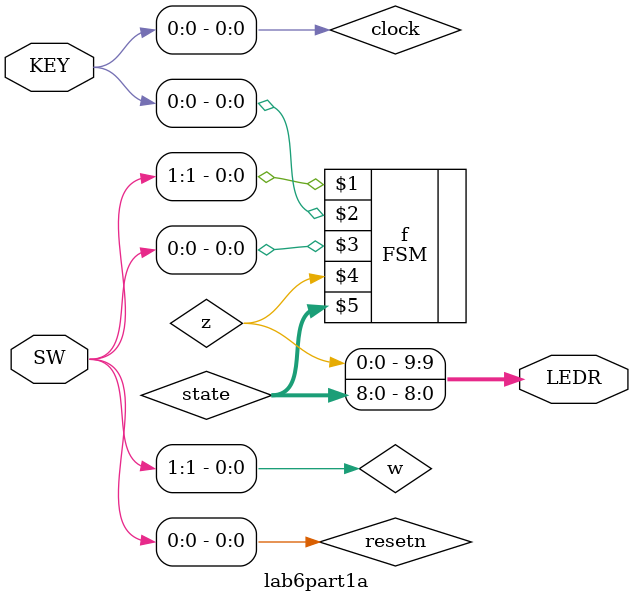
<source format=v>
module lab6part1a (SW, KEY, LEDR);
	input [9:0] SW;
	input [3:0] KEY;
	output [9:0] LEDR;
	
	wire resetn, w, clock, z;
	wire [8:0] state;
		
	assign resetn = SW[0];
	assign w = SW[1];
	assign clock = KEY[0];
	FSM f (w, clock, resetn, z, state);
	assign LEDR[9] = z;
	assign LEDR [8:0] = state;
	
endmodule
</source>
